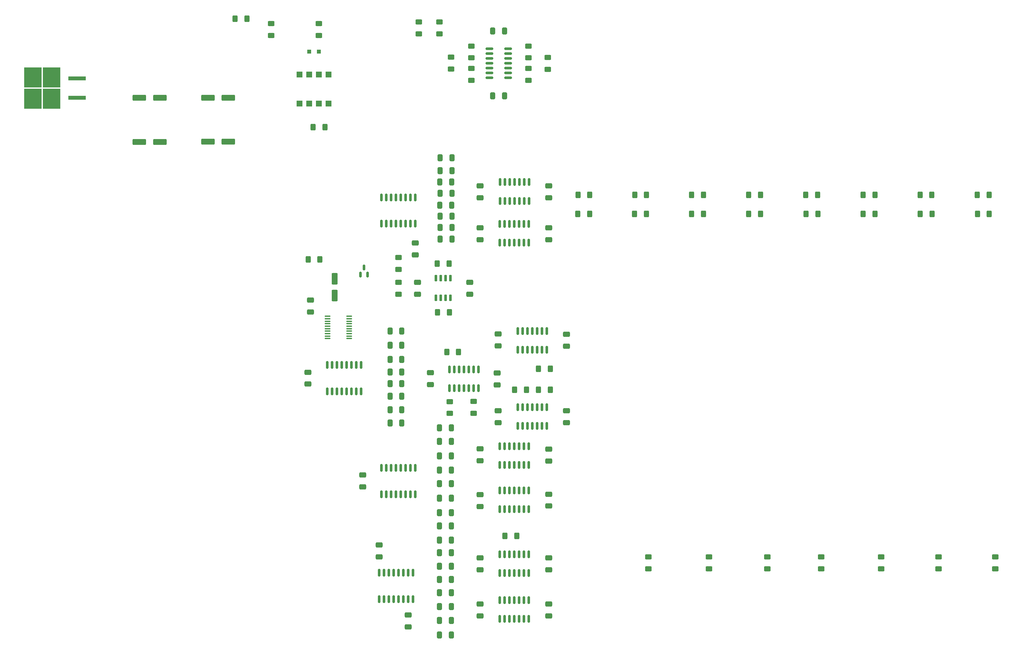
<source format=gbr>
%TF.GenerationSoftware,KiCad,Pcbnew,7.0.10-7.0.10~ubuntu22.04.1*%
%TF.CreationDate,2024-01-14T12:30:21+01:00*%
%TF.ProjectId,polykit-x-mainboard,706f6c79-6b69-4742-9d78-2d6d61696e62,v0.0.2*%
%TF.SameCoordinates,Original*%
%TF.FileFunction,Paste,Top*%
%TF.FilePolarity,Positive*%
%FSLAX46Y46*%
G04 Gerber Fmt 4.6, Leading zero omitted, Abs format (unit mm)*
G04 Created by KiCad (PCBNEW 7.0.10-7.0.10~ubuntu22.04.1) date 2024-01-14 12:30:21*
%MOMM*%
%LPD*%
G01*
G04 APERTURE LIST*
G04 Aperture macros list*
%AMRoundRect*
0 Rectangle with rounded corners*
0 $1 Rounding radius*
0 $2 $3 $4 $5 $6 $7 $8 $9 X,Y pos of 4 corners*
0 Add a 4 corners polygon primitive as box body*
4,1,4,$2,$3,$4,$5,$6,$7,$8,$9,$2,$3,0*
0 Add four circle primitives for the rounded corners*
1,1,$1+$1,$2,$3*
1,1,$1+$1,$4,$5*
1,1,$1+$1,$6,$7*
1,1,$1+$1,$8,$9*
0 Add four rect primitives between the rounded corners*
20,1,$1+$1,$2,$3,$4,$5,0*
20,1,$1+$1,$4,$5,$6,$7,0*
20,1,$1+$1,$6,$7,$8,$9,0*
20,1,$1+$1,$8,$9,$2,$3,0*%
G04 Aperture macros list end*
%ADD10RoundRect,0.250000X-0.400000X-0.625000X0.400000X-0.625000X0.400000X0.625000X-0.400000X0.625000X0*%
%ADD11RoundRect,0.250000X0.650000X-0.412500X0.650000X0.412500X-0.650000X0.412500X-0.650000X-0.412500X0*%
%ADD12RoundRect,0.250000X-0.650000X0.412500X-0.650000X-0.412500X0.650000X-0.412500X0.650000X0.412500X0*%
%ADD13RoundRect,0.150000X0.150000X-0.725000X0.150000X0.725000X-0.150000X0.725000X-0.150000X-0.725000X0*%
%ADD14RoundRect,0.250000X-0.625000X0.400000X-0.625000X-0.400000X0.625000X-0.400000X0.625000X0.400000X0*%
%ADD15RoundRect,0.250000X0.412500X0.650000X-0.412500X0.650000X-0.412500X-0.650000X0.412500X-0.650000X0*%
%ADD16RoundRect,0.150000X-0.150000X0.837500X-0.150000X-0.837500X0.150000X-0.837500X0.150000X0.837500X0*%
%ADD17RoundRect,0.250000X0.400000X0.625000X-0.400000X0.625000X-0.400000X-0.625000X0.400000X-0.625000X0*%
%ADD18RoundRect,0.250000X-0.412500X-0.650000X0.412500X-0.650000X0.412500X0.650000X-0.412500X0.650000X0*%
%ADD19RoundRect,0.250000X-1.500000X-0.550000X1.500000X-0.550000X1.500000X0.550000X-1.500000X0.550000X0*%
%ADD20RoundRect,0.150000X-0.825000X-0.150000X0.825000X-0.150000X0.825000X0.150000X-0.825000X0.150000X0*%
%ADD21RoundRect,0.150000X0.150000X-0.837500X0.150000X0.837500X-0.150000X0.837500X-0.150000X-0.837500X0*%
%ADD22RoundRect,0.150000X0.150000X-0.825000X0.150000X0.825000X-0.150000X0.825000X-0.150000X-0.825000X0*%
%ADD23R,1.600000X1.600000*%
%ADD24RoundRect,0.250000X0.625000X-0.400000X0.625000X0.400000X-0.625000X0.400000X-0.625000X-0.400000X0*%
%ADD25R,1.000000X1.000000*%
%ADD26RoundRect,0.250000X0.550000X-1.250000X0.550000X1.250000X-0.550000X1.250000X-0.550000X-1.250000X0*%
%ADD27R,4.550000X5.250000*%
%ADD28R,4.600000X1.100000*%
%ADD29RoundRect,0.100000X-0.637500X-0.100000X0.637500X-0.100000X0.637500X0.100000X-0.637500X0.100000X0*%
%ADD30RoundRect,0.150000X0.150000X-0.587500X0.150000X0.587500X-0.150000X0.587500X-0.150000X-0.587500X0*%
G04 APERTURE END LIST*
D10*
%TO.C,R20*%
X206050000Y-90500000D03*
X209150000Y-90500000D03*
%TD*%
D11*
%TO.C,C31*%
X135900000Y-116262500D03*
X135900000Y-113137500D03*
%TD*%
D12*
%TO.C,C12*%
X180400000Y-180737500D03*
X180400000Y-183862500D03*
%TD*%
%TO.C,C34*%
X149600000Y-159037500D03*
X149600000Y-162162500D03*
%TD*%
%TO.C,C1*%
X161500000Y-195737500D03*
X161500000Y-198862500D03*
%TD*%
D11*
%TO.C,C33*%
X177700000Y-111562500D03*
X177700000Y-108437500D03*
%TD*%
D13*
%TO.C,U11*%
X168795000Y-112475000D03*
X170065000Y-112475000D03*
X171335000Y-112475000D03*
X172605000Y-112475000D03*
X172605000Y-107325000D03*
X171335000Y-107325000D03*
X170065000Y-107325000D03*
X168795000Y-107325000D03*
%TD*%
D14*
%TO.C,R45*%
X125500000Y-40550000D03*
X125500000Y-43650000D03*
%TD*%
%TO.C,R19*%
X315700000Y-180500000D03*
X315700000Y-183600000D03*
%TD*%
D15*
%TO.C,C65*%
X186862500Y-59500000D03*
X183737500Y-59500000D03*
%TD*%
D16*
%TO.C,U15*%
X163385000Y-86157500D03*
X162115000Y-86157500D03*
X160845000Y-86157500D03*
X159575000Y-86157500D03*
X158305000Y-86157500D03*
X157035000Y-86157500D03*
X155765000Y-86157500D03*
X154495000Y-86157500D03*
X154495000Y-93082500D03*
X155765000Y-93082500D03*
X157035000Y-93082500D03*
X158305000Y-93082500D03*
X159575000Y-93082500D03*
X160845000Y-93082500D03*
X162115000Y-93082500D03*
X163385000Y-93082500D03*
%TD*%
D17*
%TO.C,R25*%
X284100000Y-90500000D03*
X281000000Y-90500000D03*
%TD*%
D11*
%TO.C,C2*%
X153900000Y-180462500D03*
X153900000Y-177337500D03*
%TD*%
D14*
%TO.C,R16*%
X270000000Y-180500000D03*
X270000000Y-183600000D03*
%TD*%
D18*
%TO.C,C22*%
X156737500Y-132000000D03*
X159862500Y-132000000D03*
%TD*%
D10*
%TO.C,R28*%
X206100000Y-85500000D03*
X209200000Y-85500000D03*
%TD*%
D16*
%TO.C,U5*%
X149145000Y-130137500D03*
X147875000Y-130137500D03*
X146605000Y-130137500D03*
X145335000Y-130137500D03*
X144065000Y-130137500D03*
X142795000Y-130137500D03*
X141525000Y-130137500D03*
X140255000Y-130137500D03*
X140255000Y-137062500D03*
X141525000Y-137062500D03*
X142795000Y-137062500D03*
X144065000Y-137062500D03*
X145335000Y-137062500D03*
X146605000Y-137062500D03*
X147875000Y-137062500D03*
X149145000Y-137062500D03*
%TD*%
D18*
%TO.C,C35*%
X169737500Y-146600000D03*
X172862500Y-146600000D03*
%TD*%
D19*
%TO.C,C61*%
X108900000Y-60000000D03*
X114300000Y-60000000D03*
%TD*%
D11*
%TO.C,C58*%
X198402500Y-86277500D03*
X198402500Y-83152500D03*
%TD*%
D20*
%TO.C,U19*%
X182825000Y-47190000D03*
X182825000Y-48460000D03*
X182825000Y-49730000D03*
X182825000Y-51000000D03*
X182825000Y-52270000D03*
X182825000Y-53540000D03*
X182825000Y-54810000D03*
X187775000Y-54810000D03*
X187775000Y-53540000D03*
X187775000Y-52270000D03*
X187775000Y-51000000D03*
X187775000Y-49730000D03*
X187775000Y-48460000D03*
X187775000Y-47190000D03*
%TD*%
D19*
%TO.C,C63*%
X90900000Y-71600000D03*
X96300000Y-71600000D03*
%TD*%
D18*
%TO.C,C5*%
X169700000Y-186400000D03*
X172825000Y-186400000D03*
%TD*%
D12*
%TO.C,C14*%
X180400000Y-192837500D03*
X180400000Y-195962500D03*
%TD*%
D11*
%TO.C,C24*%
X203100000Y-145262500D03*
X203100000Y-142137500D03*
%TD*%
D17*
%TO.C,R31*%
X254050000Y-85500000D03*
X250950000Y-85500000D03*
%TD*%
%TO.C,R12*%
X172250000Y-103500000D03*
X169150000Y-103500000D03*
%TD*%
%TO.C,R24*%
X269100000Y-90500000D03*
X266000000Y-90500000D03*
%TD*%
D12*
%TO.C,C44*%
X180400000Y-152137500D03*
X180400000Y-155262500D03*
%TD*%
D21*
%TO.C,U2*%
X153855000Y-191562500D03*
X155125000Y-191562500D03*
X156395000Y-191562500D03*
X157665000Y-191562500D03*
X158935000Y-191562500D03*
X160205000Y-191562500D03*
X161475000Y-191562500D03*
X162745000Y-191562500D03*
X162745000Y-184637500D03*
X161475000Y-184637500D03*
X160205000Y-184637500D03*
X158935000Y-184637500D03*
X157665000Y-184637500D03*
X156395000Y-184637500D03*
X155125000Y-184637500D03*
X153855000Y-184637500D03*
%TD*%
D12*
%TO.C,C46*%
X180400000Y-164137500D03*
X180400000Y-167262500D03*
%TD*%
D18*
%TO.C,C48*%
X169877500Y-94100000D03*
X173002500Y-94100000D03*
%TD*%
D22*
%TO.C,U3*%
X185590000Y-184775000D03*
X186860000Y-184775000D03*
X188130000Y-184775000D03*
X189400000Y-184775000D03*
X190670000Y-184775000D03*
X191940000Y-184775000D03*
X193210000Y-184775000D03*
X193210000Y-179825000D03*
X191940000Y-179825000D03*
X190670000Y-179825000D03*
X189400000Y-179825000D03*
X188130000Y-179825000D03*
X186860000Y-179825000D03*
X185590000Y-179825000D03*
%TD*%
D18*
%TO.C,C10*%
X169737500Y-197200000D03*
X172862500Y-197200000D03*
%TD*%
%TO.C,C53*%
X169877500Y-85120000D03*
X173002500Y-85120000D03*
%TD*%
D23*
%TO.C,U20*%
X140610000Y-53890000D03*
X138070000Y-53890000D03*
X135530000Y-53890000D03*
X132990000Y-53890000D03*
X132990000Y-61510000D03*
X135530000Y-61510000D03*
X138070000Y-61510000D03*
X140610000Y-61510000D03*
%TD*%
D24*
%TO.C,R10*%
X159000000Y-105050000D03*
X159000000Y-101950000D03*
%TD*%
D14*
%TO.C,R13*%
X224600000Y-180500000D03*
X224600000Y-183600000D03*
%TD*%
D18*
%TO.C,C42*%
X169737500Y-168900000D03*
X172862500Y-168900000D03*
%TD*%
D12*
%TO.C,C57*%
X180362500Y-94132500D03*
X180362500Y-97257500D03*
%TD*%
D18*
%TO.C,C19*%
X156737500Y-135000000D03*
X159862500Y-135000000D03*
%TD*%
D12*
%TO.C,C32*%
X164000000Y-108437500D03*
X164000000Y-111562500D03*
%TD*%
D18*
%TO.C,C49*%
X169877500Y-97120000D03*
X173002500Y-97120000D03*
%TD*%
%TO.C,C26*%
X156737500Y-121200000D03*
X159862500Y-121200000D03*
%TD*%
D11*
%TO.C,C16*%
X184900000Y-135337500D03*
X184900000Y-132212500D03*
%TD*%
D18*
%TO.C,C21*%
X156737500Y-128700000D03*
X159862500Y-128700000D03*
%TD*%
D14*
%TO.C,R2*%
X172400000Y-139750000D03*
X172400000Y-142850000D03*
%TD*%
D17*
%TO.C,R11*%
X172350000Y-116300000D03*
X169250000Y-116300000D03*
%TD*%
%TO.C,R29*%
X224100000Y-85500000D03*
X221000000Y-85500000D03*
%TD*%
%TO.C,R35*%
X314050000Y-85500000D03*
X310950000Y-85500000D03*
%TD*%
D14*
%TO.C,R38*%
X172800000Y-49350000D03*
X172800000Y-52450000D03*
%TD*%
D22*
%TO.C,U16*%
X185590000Y-98075000D03*
X186860000Y-98075000D03*
X188130000Y-98075000D03*
X189400000Y-98075000D03*
X190670000Y-98075000D03*
X191940000Y-98075000D03*
X193210000Y-98075000D03*
X193210000Y-93125000D03*
X191940000Y-93125000D03*
X190670000Y-93125000D03*
X189400000Y-93125000D03*
X188130000Y-93125000D03*
X186860000Y-93125000D03*
X185590000Y-93125000D03*
%TD*%
D18*
%TO.C,C40*%
X169737500Y-165100000D03*
X172862500Y-165100000D03*
%TD*%
D11*
%TO.C,C56*%
X198400000Y-97257500D03*
X198400000Y-94132500D03*
%TD*%
D22*
%TO.C,U7*%
X190290000Y-126150000D03*
X191560000Y-126150000D03*
X192830000Y-126150000D03*
X194100000Y-126150000D03*
X195370000Y-126150000D03*
X196640000Y-126150000D03*
X197910000Y-126150000D03*
X197910000Y-121200000D03*
X196640000Y-121200000D03*
X195370000Y-121200000D03*
X194100000Y-121200000D03*
X192830000Y-121200000D03*
X191560000Y-121200000D03*
X190290000Y-121200000D03*
%TD*%
D18*
%TO.C,C51*%
X169877500Y-91120000D03*
X173002500Y-91120000D03*
%TD*%
D24*
%TO.C,R36*%
X178100000Y-49550000D03*
X178100000Y-46450000D03*
%TD*%
D18*
%TO.C,C36*%
X169737500Y-150200000D03*
X172862500Y-150200000D03*
%TD*%
D12*
%TO.C,C25*%
X185100000Y-142137500D03*
X185100000Y-145262500D03*
%TD*%
D25*
%TO.C,D1*%
X138050000Y-47900000D03*
X135550000Y-47900000D03*
%TD*%
D24*
%TO.C,R43*%
X169700000Y-43250000D03*
X169700000Y-40150000D03*
%TD*%
D14*
%TO.C,R37*%
X193100000Y-52350000D03*
X193100000Y-55450000D03*
%TD*%
D17*
%TO.C,R34*%
X299050000Y-85500000D03*
X295950000Y-85500000D03*
%TD*%
D18*
%TO.C,C8*%
X169737500Y-193500000D03*
X172862500Y-193500000D03*
%TD*%
D12*
%TO.C,C47*%
X163400000Y-98137500D03*
X163400000Y-101262500D03*
%TD*%
%TO.C,C17*%
X167400000Y-132137500D03*
X167400000Y-135262500D03*
%TD*%
D14*
%TO.C,R15*%
X255800000Y-180500000D03*
X255800000Y-183600000D03*
%TD*%
D11*
%TO.C,C43*%
X198400000Y-155362500D03*
X198400000Y-152237500D03*
%TD*%
D26*
%TO.C,C30*%
X142200000Y-111900000D03*
X142200000Y-107500000D03*
%TD*%
D11*
%TO.C,C13*%
X198400000Y-195962500D03*
X198400000Y-192837500D03*
%TD*%
D18*
%TO.C,C64*%
X183737500Y-42500000D03*
X186862500Y-42500000D03*
%TD*%
D27*
%TO.C,U18*%
X63000000Y-54725000D03*
X67850000Y-54725000D03*
X67850000Y-60275000D03*
X63000000Y-60275000D03*
D28*
X74575000Y-60040000D03*
X74575000Y-54960000D03*
%TD*%
D22*
%TO.C,U13*%
X185590000Y-156375000D03*
X186860000Y-156375000D03*
X188130000Y-156375000D03*
X189400000Y-156375000D03*
X190670000Y-156375000D03*
X191940000Y-156375000D03*
X193210000Y-156375000D03*
X193210000Y-151425000D03*
X191940000Y-151425000D03*
X190670000Y-151425000D03*
X189400000Y-151425000D03*
X188130000Y-151425000D03*
X186860000Y-151425000D03*
X185590000Y-151425000D03*
%TD*%
D10*
%TO.C,R47*%
X136550000Y-67700000D03*
X139650000Y-67700000D03*
%TD*%
D22*
%TO.C,U14*%
X185590000Y-167975000D03*
X186860000Y-167975000D03*
X188130000Y-167975000D03*
X189400000Y-167975000D03*
X190670000Y-167975000D03*
X191940000Y-167975000D03*
X193210000Y-167975000D03*
X193210000Y-163025000D03*
X191940000Y-163025000D03*
X190670000Y-163025000D03*
X189400000Y-163025000D03*
X188130000Y-163025000D03*
X186860000Y-163025000D03*
X185590000Y-163025000D03*
%TD*%
D10*
%TO.C,R8*%
X135250000Y-102400000D03*
X138350000Y-102400000D03*
%TD*%
D11*
%TO.C,C15*%
X135200000Y-135162500D03*
X135200000Y-132037500D03*
%TD*%
D18*
%TO.C,C3*%
X169737500Y-176100000D03*
X172862500Y-176100000D03*
%TD*%
%TO.C,C37*%
X169737500Y-157700000D03*
X172862500Y-157700000D03*
%TD*%
D10*
%TO.C,R6*%
X195750000Y-136675000D03*
X198850000Y-136675000D03*
%TD*%
D17*
%TO.C,R23*%
X254050000Y-90500000D03*
X250950000Y-90500000D03*
%TD*%
D22*
%TO.C,U17*%
X185630000Y-87095000D03*
X186900000Y-87095000D03*
X188170000Y-87095000D03*
X189440000Y-87095000D03*
X190710000Y-87095000D03*
X191980000Y-87095000D03*
X193250000Y-87095000D03*
X193250000Y-82145000D03*
X191980000Y-82145000D03*
X190710000Y-82145000D03*
X189440000Y-82145000D03*
X188170000Y-82145000D03*
X186900000Y-82145000D03*
X185630000Y-82145000D03*
%TD*%
D24*
%TO.C,R42*%
X164350000Y-43250000D03*
X164350000Y-40150000D03*
%TD*%
D18*
%TO.C,C52*%
X169837500Y-82100000D03*
X172962500Y-82100000D03*
%TD*%
D14*
%TO.C,R3*%
X178700000Y-139725000D03*
X178700000Y-142825000D03*
%TD*%
D17*
%TO.C,R22*%
X239050000Y-90500000D03*
X235950000Y-90500000D03*
%TD*%
D11*
%TO.C,C18*%
X203100000Y-125237500D03*
X203100000Y-122112500D03*
%TD*%
D19*
%TO.C,C62*%
X90900000Y-60000000D03*
X96300000Y-60000000D03*
%TD*%
%TO.C,C60*%
X108900000Y-71500000D03*
X114300000Y-71500000D03*
%TD*%
D18*
%TO.C,C27*%
X156737500Y-125000000D03*
X159862500Y-125000000D03*
%TD*%
D14*
%TO.C,R14*%
X240500000Y-180500000D03*
X240500000Y-183600000D03*
%TD*%
D17*
%TO.C,R44*%
X119150000Y-39300000D03*
X116050000Y-39300000D03*
%TD*%
D22*
%TO.C,U4*%
X185590000Y-196775000D03*
X186860000Y-196775000D03*
X188130000Y-196775000D03*
X189400000Y-196775000D03*
X190670000Y-196775000D03*
X191940000Y-196775000D03*
X193210000Y-196775000D03*
X193210000Y-191825000D03*
X191940000Y-191825000D03*
X190670000Y-191825000D03*
X189400000Y-191825000D03*
X188130000Y-191825000D03*
X186860000Y-191825000D03*
X185590000Y-191825000D03*
%TD*%
D11*
%TO.C,C45*%
X198400000Y-167162500D03*
X198400000Y-164037500D03*
%TD*%
D14*
%TO.C,R17*%
X285700000Y-180500000D03*
X285700000Y-183600000D03*
%TD*%
D17*
%TO.C,R30*%
X239050000Y-85500000D03*
X235950000Y-85500000D03*
%TD*%
%TO.C,R32*%
X269050000Y-85500000D03*
X265950000Y-85500000D03*
%TD*%
%TO.C,R33*%
X284100000Y-85500000D03*
X281000000Y-85500000D03*
%TD*%
D18*
%TO.C,C55*%
X169877500Y-79120000D03*
X173002500Y-79120000D03*
%TD*%
%TO.C,C41*%
X169737500Y-172400000D03*
X172862500Y-172400000D03*
%TD*%
D10*
%TO.C,R4*%
X171650000Y-126775000D03*
X174750000Y-126775000D03*
%TD*%
D17*
%TO.C,R27*%
X314100000Y-90500000D03*
X311000000Y-90500000D03*
%TD*%
D18*
%TO.C,C28*%
X156737500Y-141875000D03*
X159862500Y-141875000D03*
%TD*%
%TO.C,C9*%
X169737500Y-201000000D03*
X172862500Y-201000000D03*
%TD*%
D12*
%TO.C,C23*%
X185100000Y-122037500D03*
X185100000Y-125162500D03*
%TD*%
D14*
%TO.C,R18*%
X300800000Y-180500000D03*
X300800000Y-183600000D03*
%TD*%
D17*
%TO.C,R5*%
X192550000Y-136675000D03*
X189450000Y-136675000D03*
%TD*%
D18*
%TO.C,C29*%
X156737500Y-145375000D03*
X159862500Y-145375000D03*
%TD*%
D24*
%TO.C,R39*%
X198200000Y-52550000D03*
X198200000Y-49450000D03*
%TD*%
D29*
%TO.C,U10*%
X146062500Y-117375000D03*
X146062500Y-118025000D03*
X146062500Y-118675000D03*
X146062500Y-119325000D03*
X146062500Y-119975000D03*
X146062500Y-120625000D03*
X146062500Y-121275000D03*
X146062500Y-121925000D03*
X146062500Y-122575000D03*
X146062500Y-123225000D03*
X140337500Y-123225000D03*
X140337500Y-122575000D03*
X140337500Y-121925000D03*
X140337500Y-121275000D03*
X140337500Y-120625000D03*
X140337500Y-119975000D03*
X140337500Y-119325000D03*
X140337500Y-118675000D03*
X140337500Y-118025000D03*
X140337500Y-117375000D03*
%TD*%
D18*
%TO.C,C54*%
X169877500Y-75800000D03*
X173002500Y-75800000D03*
%TD*%
D22*
%TO.C,U6*%
X172390000Y-136250000D03*
X173660000Y-136250000D03*
X174930000Y-136250000D03*
X176200000Y-136250000D03*
X177470000Y-136250000D03*
X178740000Y-136250000D03*
X180010000Y-136250000D03*
X180010000Y-131300000D03*
X178740000Y-131300000D03*
X177470000Y-131300000D03*
X176200000Y-131300000D03*
X174930000Y-131300000D03*
X173660000Y-131300000D03*
X172390000Y-131300000D03*
%TD*%
D18*
%TO.C,C6*%
X169737500Y-183000000D03*
X172862500Y-183000000D03*
%TD*%
%TO.C,C50*%
X169837500Y-88200000D03*
X172962500Y-88200000D03*
%TD*%
D17*
%TO.C,R1*%
X190050000Y-175000000D03*
X186950000Y-175000000D03*
%TD*%
D14*
%TO.C,R46*%
X138100000Y-40550000D03*
X138100000Y-43650000D03*
%TD*%
D18*
%TO.C,C4*%
X169737500Y-179400000D03*
X172862500Y-179400000D03*
%TD*%
D30*
%TO.C,U9*%
X148950000Y-106437500D03*
X150850000Y-106437500D03*
X149900000Y-104562500D03*
%TD*%
D22*
%TO.C,U8*%
X190290000Y-146150000D03*
X191560000Y-146150000D03*
X192830000Y-146150000D03*
X194100000Y-146150000D03*
X195370000Y-146150000D03*
X196640000Y-146150000D03*
X197910000Y-146150000D03*
X197910000Y-141200000D03*
X196640000Y-141200000D03*
X195370000Y-141200000D03*
X194100000Y-141200000D03*
X192830000Y-141200000D03*
X191560000Y-141200000D03*
X190290000Y-141200000D03*
%TD*%
D18*
%TO.C,C39*%
X169737500Y-161300000D03*
X172862500Y-161300000D03*
%TD*%
D10*
%TO.C,R7*%
X195750000Y-131175000D03*
X198850000Y-131175000D03*
%TD*%
D18*
%TO.C,C7*%
X169737500Y-189900000D03*
X172862500Y-189900000D03*
%TD*%
%TO.C,C38*%
X169737500Y-154000000D03*
X172862500Y-154000000D03*
%TD*%
D17*
%TO.C,R26*%
X299100000Y-90500000D03*
X296000000Y-90500000D03*
%TD*%
D18*
%TO.C,C20*%
X156737500Y-138300000D03*
X159862500Y-138300000D03*
%TD*%
D17*
%TO.C,R21*%
X224050000Y-90500000D03*
X220950000Y-90500000D03*
%TD*%
D14*
%TO.C,R40*%
X178100000Y-52350000D03*
X178100000Y-55450000D03*
%TD*%
D11*
%TO.C,C11*%
X198400000Y-183862500D03*
X198400000Y-180737500D03*
%TD*%
D21*
%TO.C,U12*%
X154495000Y-164062500D03*
X155765000Y-164062500D03*
X157035000Y-164062500D03*
X158305000Y-164062500D03*
X159575000Y-164062500D03*
X160845000Y-164062500D03*
X162115000Y-164062500D03*
X163385000Y-164062500D03*
X163385000Y-157137500D03*
X162115000Y-157137500D03*
X160845000Y-157137500D03*
X159575000Y-157137500D03*
X158305000Y-157137500D03*
X157035000Y-157137500D03*
X155765000Y-157137500D03*
X154495000Y-157137500D03*
%TD*%
D12*
%TO.C,C59*%
X180362500Y-83152500D03*
X180362500Y-86277500D03*
%TD*%
D24*
%TO.C,R41*%
X193100000Y-49550000D03*
X193100000Y-46450000D03*
%TD*%
D14*
%TO.C,R9*%
X159000000Y-108450000D03*
X159000000Y-111550000D03*
%TD*%
M02*

</source>
